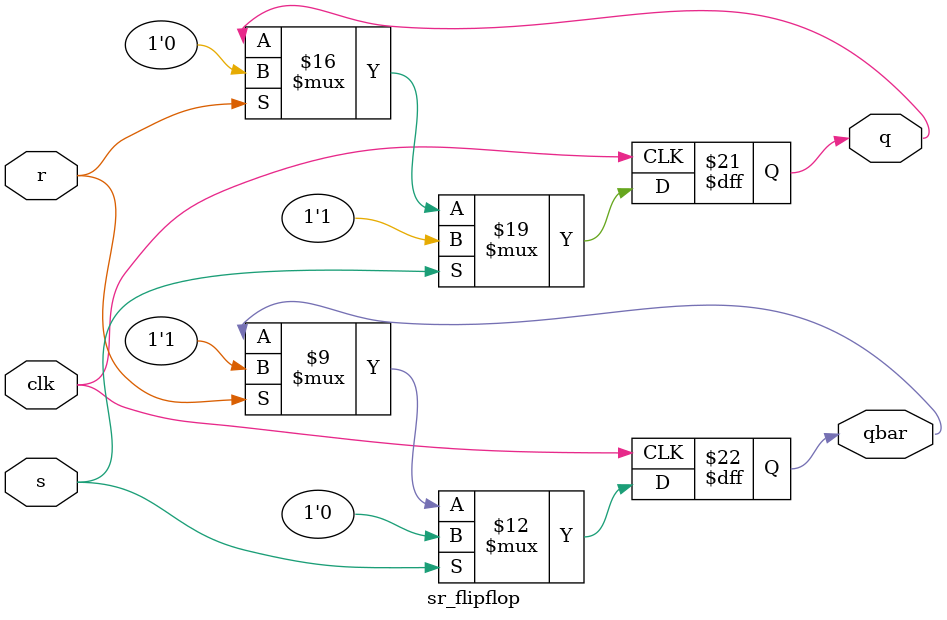
<source format=v>
module sr_flipflop(s,r,clk,q,qbar);
input s,r,clk;
output reg q,qbar;
always@(posedge clk)
begin
if(s==1)
begin
q<=1;
qbar<=0;
end
else if(r==1)
begin
q<=0;
qbar<=1;
end
else if(s==0 & r==0)
begin
q<=q;
qbar<=qbar;
end
end
endmodule

</source>
